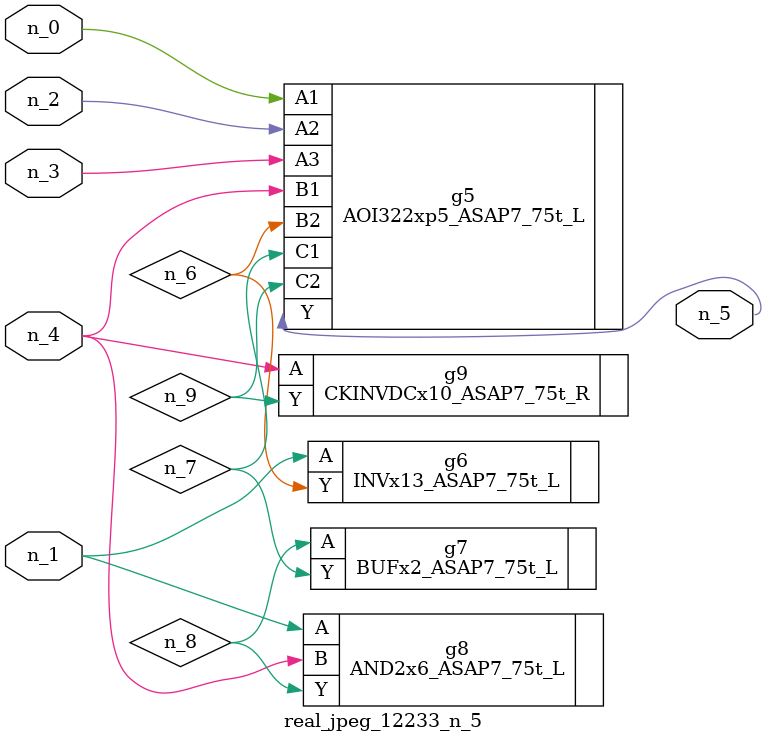
<source format=v>
module real_jpeg_12233_n_5 (n_4, n_0, n_1, n_2, n_3, n_5);

input n_4;
input n_0;
input n_1;
input n_2;
input n_3;

output n_5;

wire n_8;
wire n_6;
wire n_7;
wire n_9;

AOI322xp5_ASAP7_75t_L g5 ( 
.A1(n_0),
.A2(n_2),
.A3(n_3),
.B1(n_4),
.B2(n_6),
.C1(n_7),
.C2(n_9),
.Y(n_5)
);

INVx13_ASAP7_75t_L g6 ( 
.A(n_1),
.Y(n_6)
);

AND2x6_ASAP7_75t_L g8 ( 
.A(n_1),
.B(n_4),
.Y(n_8)
);

CKINVDCx10_ASAP7_75t_R g9 ( 
.A(n_4),
.Y(n_9)
);

BUFx2_ASAP7_75t_L g7 ( 
.A(n_8),
.Y(n_7)
);


endmodule
</source>
